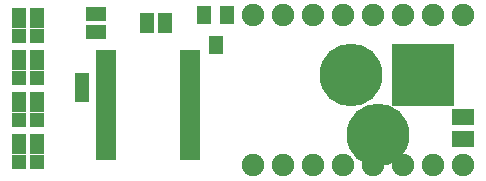
<source format=gts>
G04 (created by PCBNEW-RS274X (2012-apr-16-27)-stable) date Sun 05 Jan 2014 06:44:37 PM EST*
G01*
G70*
G90*
%MOIN*%
G04 Gerber Fmt 3.4, Leading zero omitted, Abs format*
%FSLAX34Y34*%
G04 APERTURE LIST*
%ADD10C,0.006000*%
%ADD11C,0.209000*%
%ADD12R,0.209000X0.209000*%
%ADD13R,0.070000X0.036000*%
%ADD14R,0.047600X0.059400*%
%ADD15R,0.075000X0.055000*%
%ADD16R,0.045000X0.065000*%
%ADD17R,0.065000X0.045000*%
%ADD18R,0.050000X0.040000*%
%ADD19R,0.051400X0.051400*%
%ADD20C,0.075000*%
G04 APERTURE END LIST*
G54D10*
G54D11*
X71750Y-26500D03*
G54D12*
X74150Y-26500D03*
G54D11*
X72650Y-28500D03*
G54D13*
X66400Y-29150D03*
X66400Y-28900D03*
X66400Y-28640D03*
X66400Y-28380D03*
X66400Y-28130D03*
X66400Y-27870D03*
X66400Y-27610D03*
X66400Y-27360D03*
X66400Y-27100D03*
X66400Y-26850D03*
X66400Y-26590D03*
X66400Y-26330D03*
X66400Y-26080D03*
X66400Y-25820D03*
X63600Y-25820D03*
X63600Y-26080D03*
X63600Y-26320D03*
X63600Y-26590D03*
X63600Y-26850D03*
X63600Y-27100D03*
X63600Y-27360D03*
X63600Y-27610D03*
X63600Y-27870D03*
X63600Y-28130D03*
X63600Y-28380D03*
X63600Y-28640D03*
X63600Y-28900D03*
X63600Y-29150D03*
G54D14*
X67250Y-25500D03*
X66875Y-24500D03*
X67625Y-24500D03*
G54D15*
X75500Y-27875D03*
X75500Y-28625D03*
G54D16*
X65550Y-24750D03*
X64950Y-24750D03*
G54D17*
X63250Y-24450D03*
X63250Y-25050D03*
G54D18*
X62800Y-26900D03*
X62800Y-27180D03*
X62800Y-26620D03*
G54D16*
X61300Y-24600D03*
X60700Y-24600D03*
X60700Y-26000D03*
X61300Y-26000D03*
X61300Y-27400D03*
X60700Y-27400D03*
X61300Y-28800D03*
X60700Y-28800D03*
G54D19*
X60705Y-28000D03*
X61295Y-28000D03*
X60705Y-29400D03*
X61295Y-29400D03*
X60705Y-25200D03*
X61295Y-25200D03*
X60705Y-26600D03*
X61295Y-26600D03*
G54D20*
X68500Y-29500D03*
X69500Y-29500D03*
X70500Y-29500D03*
X71500Y-29500D03*
X72500Y-29500D03*
X73500Y-29500D03*
X74500Y-29500D03*
X75500Y-29500D03*
X75500Y-24500D03*
X74500Y-24500D03*
X73500Y-24500D03*
X72500Y-24500D03*
X71500Y-24500D03*
X70500Y-24500D03*
X69500Y-24500D03*
X68500Y-24500D03*
M02*

</source>
